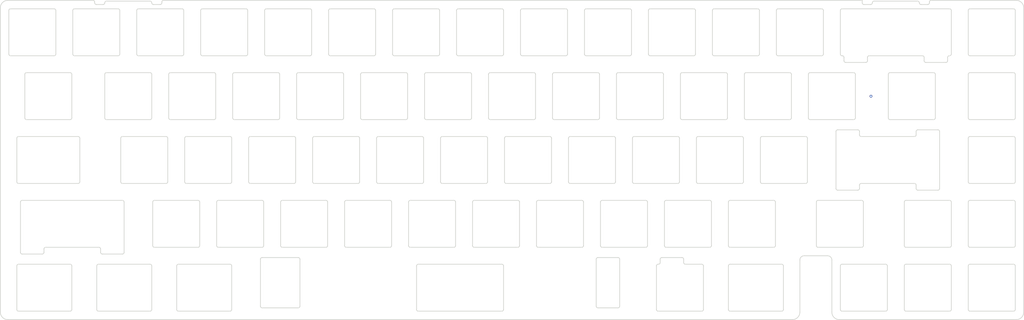
<source format=kicad_pcb>
(kicad_pcb (version 20171130) (host pcbnew "(5.1.4)-1")

  (general
    (thickness 1.6)
    (drawings 643)
    (tracks 1)
    (zones 0)
    (modules 0)
    (nets 1)
  )

  (page A4)
  (layers
    (0 F.Cu signal)
    (31 B.Cu signal)
    (32 B.Adhes user)
    (33 F.Adhes user)
    (34 B.Paste user)
    (35 F.Paste user)
    (36 B.SilkS user)
    (37 F.SilkS user)
    (38 B.Mask user)
    (39 F.Mask user)
    (40 Dwgs.User user)
    (41 Cmts.User user)
    (42 Eco1.User user)
    (43 Eco2.User user)
    (44 Edge.Cuts user)
    (45 Margin user)
    (46 B.CrtYd user)
    (47 F.CrtYd user)
    (48 B.Fab user)
    (49 F.Fab user)
  )

  (setup
    (last_trace_width 0.25)
    (trace_clearance 0.2)
    (zone_clearance 0.508)
    (zone_45_only no)
    (trace_min 0.2)
    (via_size 0.8)
    (via_drill 0.4)
    (via_min_size 0.4)
    (via_min_drill 0.3)
    (uvia_size 0.3)
    (uvia_drill 0.1)
    (uvias_allowed no)
    (uvia_min_size 0.2)
    (uvia_min_drill 0.1)
    (edge_width 0.05)
    (segment_width 0.2)
    (pcb_text_width 0.3)
    (pcb_text_size 1.5 1.5)
    (mod_edge_width 0.12)
    (mod_text_size 1 1)
    (mod_text_width 0.15)
    (pad_size 1.524 1.524)
    (pad_drill 0.762)
    (pad_to_mask_clearance 0.051)
    (solder_mask_min_width 0.25)
    (aux_axis_origin 0 0)
    (visible_elements 7FFFFFFF)
    (pcbplotparams
      (layerselection 0x010fc_ffffffff)
      (usegerberextensions false)
      (usegerberattributes false)
      (usegerberadvancedattributes false)
      (creategerberjobfile false)
      (excludeedgelayer true)
      (linewidth 0.100000)
      (plotframeref false)
      (viasonmask false)
      (mode 1)
      (useauxorigin false)
      (hpglpennumber 1)
      (hpglpenspeed 20)
      (hpglpendiameter 15.000000)
      (psnegative false)
      (psa4output false)
      (plotreference true)
      (plotvalue false)
      (plotinvisibletext false)
      (padsonsilk true)
      (subtractmaskfromsilk false)
      (outputformat 1)
      (mirror false)
      (drillshape 0)
      (scaleselection 1)
      (outputdirectory "./gerber"))
  )

  (net 0 "")

  (net_class Default "This is the default net class."
    (clearance 0.2)
    (trace_width 0.25)
    (via_dia 0.8)
    (via_drill 0.4)
    (uvia_dia 0.3)
    (uvia_drill 0.1)
  )

  (gr_line (start 131.425 29.525) (end 131.425 42.525) (layer Edge.Cuts) (width 0.2))
  (gr_arc (start 169.025 42.525) (end 169.025 43.025) (angle -90) (layer Edge.Cuts) (width 0.2))
  (gr_line (start 156.025 43.025) (end 169.025 43.025) (layer Edge.Cuts) (width 0.2))
  (gr_arc (start 245.225 29.525) (end 245.725 29.525) (angle -90) (layer Edge.Cuts) (width 0.2))
  (gr_arc (start 232.225 29.525) (end 232.225 29.025) (angle -90) (layer Edge.Cuts) (width 0.2))
  (gr_line (start 207.625 29.525) (end 207.625 42.525) (layer Edge.Cuts) (width 0.2))
  (gr_arc (start 130.925 42.525) (end 130.925 43.025) (angle -90) (layer Edge.Cuts) (width 0.2))
  (gr_arc (start 136.975 29.525) (end 136.975 29.025) (angle -90) (layer Edge.Cuts) (width 0.2))
  (gr_line (start 155.525 29.525) (end 155.525 42.525) (layer Edge.Cuts) (width 0.2))
  (gr_line (start 193.625 29.525) (end 193.625 42.525) (layer Edge.Cuts) (width 0.2))
  (gr_line (start 226.675 29.525) (end 226.675 42.525) (layer Edge.Cuts) (width 0.2))
  (gr_arc (start 289.375 29.525) (end 289.375 29.025) (angle -90) (layer Edge.Cuts) (width 0.2))
  (gr_arc (start 213.175 29.525) (end 213.175 29.025) (angle -90) (layer Edge.Cuts) (width 0.2))
  (gr_line (start 150.475 29.525) (end 150.475 42.525) (layer Edge.Cuts) (width 0.2))
  (gr_line (start 136.475 29.525) (end 136.475 42.525) (layer Edge.Cuts) (width 0.2))
  (gr_arc (start 194.125 29.525) (end 194.125 29.025) (angle -90) (layer Edge.Cuts) (width 0.2))
  (gr_line (start 232.225 43.025) (end 245.225 43.025) (layer Edge.Cuts) (width 0.2))
  (gr_arc (start 169.025 29.525) (end 169.525 29.525) (angle -90) (layer Edge.Cuts) (width 0.2))
  (gr_line (start 188.575 29.525) (end 188.575 42.525) (layer Edge.Cuts) (width 0.2))
  (gr_line (start 232.225 29.025) (end 245.225 29.025) (layer Edge.Cuts) (width 0.2))
  (gr_arc (start 188.075 29.525) (end 188.575 29.525) (angle -90) (layer Edge.Cuts) (width 0.2))
  (gr_line (start 194.125 29.025) (end 207.125 29.025) (layer Edge.Cuts) (width 0.2))
  (gr_line (start 231.725 29.525) (end 231.725 42.525) (layer Edge.Cuts) (width 0.2))
  (gr_line (start 212.675 29.525) (end 212.675 42.525) (layer Edge.Cuts) (width 0.2))
  (gr_arc (start 156.025 29.525) (end 156.025 29.025) (angle -90) (layer Edge.Cuts) (width 0.2))
  (gr_line (start 136.975 43.025) (end 149.975 43.025) (layer Edge.Cuts) (width 0.2))
  (gr_arc (start 175.075 29.525) (end 175.075 29.025) (angle -90) (layer Edge.Cuts) (width 0.2))
  (gr_line (start 213.175 43.025) (end 226.175 43.025) (layer Edge.Cuts) (width 0.2))
  (gr_line (start 117.425 29.525) (end 117.425 42.525) (layer Edge.Cuts) (width 0.2))
  (gr_arc (start 117.925 42.525) (end 117.425 42.525) (angle -90) (layer Edge.Cuts) (width 0.2))
  (gr_line (start 156.025 29.025) (end 169.025 29.025) (layer Edge.Cuts) (width 0.2))
  (gr_arc (start 156.025 42.525) (end 155.525 42.525) (angle -90) (layer Edge.Cuts) (width 0.2))
  (gr_line (start 175.075 29.025) (end 188.075 29.025) (layer Edge.Cuts) (width 0.2))
  (gr_arc (start 232.225 42.525) (end 231.725 42.525) (angle -90) (layer Edge.Cuts) (width 0.2))
  (gr_arc (start 207.125 29.525) (end 207.625 29.525) (angle -90) (layer Edge.Cuts) (width 0.2))
  (gr_arc (start 117.925 29.525) (end 117.925 29.025) (angle -90) (layer Edge.Cuts) (width 0.2))
  (gr_arc (start 207.125 42.525) (end 207.125 43.025) (angle -90) (layer Edge.Cuts) (width 0.2))
  (gr_line (start 117.925 29.025) (end 130.925 29.025) (layer Edge.Cuts) (width 0.2))
  (gr_arc (start 136.975 42.525) (end 136.475 42.525) (angle -90) (layer Edge.Cuts) (width 0.2))
  (gr_line (start 194.125 43.025) (end 207.125 43.025) (layer Edge.Cuts) (width 0.2))
  (gr_arc (start 213.175 42.525) (end 212.675 42.525) (angle -90) (layer Edge.Cuts) (width 0.2))
  (gr_line (start 213.175 29.025) (end 226.175 29.025) (layer Edge.Cuts) (width 0.2))
  (gr_arc (start 149.975 29.525) (end 150.475 29.525) (angle -90) (layer Edge.Cuts) (width 0.2))
  (gr_arc (start 226.175 29.525) (end 226.675 29.525) (angle -90) (layer Edge.Cuts) (width 0.2))
  (gr_arc (start 175.075 42.525) (end 174.575 42.525) (angle -90) (layer Edge.Cuts) (width 0.2))
  (gr_arc (start 194.125 42.525) (end 193.625 42.525) (angle -90) (layer Edge.Cuts) (width 0.2))
  (gr_line (start 117.925 43.025) (end 130.925 43.025) (layer Edge.Cuts) (width 0.2))
  (gr_arc (start 226.175 42.525) (end 226.175 43.025) (angle -90) (layer Edge.Cuts) (width 0.2))
  (gr_line (start 136.975 29.025) (end 149.975 29.025) (layer Edge.Cuts) (width 0.2))
  (gr_arc (start 149.975 42.525) (end 149.975 43.025) (angle -90) (layer Edge.Cuts) (width 0.2))
  (gr_line (start 245.725 29.525) (end 245.725 42.525) (layer Edge.Cuts) (width 0.2))
  (gr_line (start 169.525 29.525) (end 169.525 42.525) (layer Edge.Cuts) (width 0.2))
  (gr_arc (start 245.225 42.525) (end 245.225 43.025) (angle -90) (layer Edge.Cuts) (width 0.2))
  (gr_line (start 175.075 43.025) (end 188.075 43.025) (layer Edge.Cuts) (width 0.2))
  (gr_line (start 174.575 29.525) (end 174.575 42.525) (layer Edge.Cuts) (width 0.2))
  (gr_arc (start 130.925 29.525) (end 131.425 29.525) (angle -90) (layer Edge.Cuts) (width 0.2))
  (gr_arc (start 188.075 42.525) (end 188.075 43.025) (angle -90) (layer Edge.Cuts) (width 0.2))
  (gr_arc (start 302.375 42.525) (end 302.375 43.025) (angle -90) (layer Edge.Cuts) (width 0.2))
  (gr_arc (start 21.3875 48.575) (end 21.8875 48.575) (angle -90) (layer Edge.Cuts) (width 0.2))
  (gr_line (start 45.7 48.575) (end 45.7 61.575) (layer Edge.Cuts) (width 0.2))
  (gr_line (start 51.25 62.075) (end 64.25 62.075) (layer Edge.Cuts) (width 0.2))
  (gr_line (start 89.35 62.075) (end 102.35 62.075) (layer Edge.Cuts) (width 0.2))
  (gr_arc (start 121.4 48.575) (end 121.9 48.575) (angle -90) (layer Edge.Cuts) (width 0.2))
  (gr_line (start 83.8 48.575) (end 83.8 61.575) (layer Edge.Cuts) (width 0.2))
  (gr_line (start 302.875 29.525) (end 302.875 42.525) (layer Edge.Cuts) (width 0.2))
  (gr_arc (start 32.2 48.575) (end 32.2 48.075) (angle -90) (layer Edge.Cuts) (width 0.2))
  (gr_line (start 289.375 43.025) (end 302.375 43.025) (layer Edge.Cuts) (width 0.2))
  (gr_arc (start 89.35 61.575) (end 88.85 61.575) (angle -90) (layer Edge.Cuts) (width 0.2))
  (gr_arc (start 121.4 61.575) (end 121.4 62.075) (angle -90) (layer Edge.Cuts) (width 0.2))
  (gr_arc (start 51.25 61.575) (end 50.75 61.575) (angle -90) (layer Edge.Cuts) (width 0.2))
  (gr_arc (start 289.375 42.525) (end 288.875 42.525) (angle -90) (layer Edge.Cuts) (width 0.2))
  (gr_line (start 64.75 48.575) (end 64.75 61.575) (layer Edge.Cuts) (width 0.2))
  (gr_arc (start 140.45 48.575) (end 140.95 48.575) (angle -90) (layer Edge.Cuts) (width 0.2))
  (gr_arc (start 127.45 48.575) (end 127.45 48.075) (angle -90) (layer Edge.Cuts) (width 0.2))
  (gr_arc (start 70.3 61.575) (end 69.8 61.575) (angle -90) (layer Edge.Cuts) (width 0.2))
  (gr_line (start 51.25 48.075) (end 64.25 48.075) (layer Edge.Cuts) (width 0.2))
  (gr_line (start 107.9 48.575) (end 107.9 61.575) (layer Edge.Cuts) (width 0.2))
  (gr_line (start 140.95 48.575) (end 140.95 61.575) (layer Edge.Cuts) (width 0.2))
  (gr_line (start 288.875 29.525) (end 288.875 42.525) (layer Edge.Cuts) (width 0.2))
  (gr_line (start 8.3875 62.075) (end 21.3875 62.075) (layer Edge.Cuts) (width 0.2))
  (gr_arc (start 45.2 48.575) (end 45.7 48.575) (angle -90) (layer Edge.Cuts) (width 0.2))
  (gr_arc (start 32.2 61.575) (end 31.7 61.575) (angle -90) (layer Edge.Cuts) (width 0.2))
  (gr_line (start 108.4 62.075) (end 121.4 62.075) (layer Edge.Cuts) (width 0.2))
  (gr_arc (start 83.3 61.575) (end 83.3 62.075) (angle -90) (layer Edge.Cuts) (width 0.2))
  (gr_arc (start 102.35 48.575) (end 102.85 48.575) (angle -90) (layer Edge.Cuts) (width 0.2))
  (gr_line (start 121.9 48.575) (end 121.9 61.575) (layer Edge.Cuts) (width 0.2))
  (gr_arc (start 8.3875 48.575) (end 8.3875 48.075) (angle -90) (layer Edge.Cuts) (width 0.2))
  (gr_line (start 102.85 48.575) (end 102.85 61.575) (layer Edge.Cuts) (width 0.2))
  (gr_arc (start 8.3875 61.575) (end 7.8875 61.575) (angle -90) (layer Edge.Cuts) (width 0.2))
  (gr_line (start 8.3875 48.075) (end 21.3875 48.075) (layer Edge.Cuts) (width 0.2))
  (gr_arc (start 146.5 48.575) (end 146.5 48.075) (angle -90) (layer Edge.Cuts) (width 0.2))
  (gr_arc (start 108.4 48.575) (end 108.4 48.075) (angle -90) (layer Edge.Cuts) (width 0.2))
  (gr_line (start 127.45 62.075) (end 140.45 62.075) (layer Edge.Cuts) (width 0.2))
  (gr_arc (start 64.25 48.575) (end 64.75 48.575) (angle -90) (layer Edge.Cuts) (width 0.2))
  (gr_line (start 50.75 48.575) (end 50.75 61.575) (layer Edge.Cuts) (width 0.2))
  (gr_arc (start 64.25 61.575) (end 64.25 62.075) (angle -90) (layer Edge.Cuts) (width 0.2))
  (gr_arc (start 89.35 48.575) (end 89.35 48.075) (angle -90) (layer Edge.Cuts) (width 0.2))
  (gr_line (start 32.2 48.075) (end 45.2 48.075) (layer Edge.Cuts) (width 0.2))
  (gr_line (start 70.3 48.075) (end 83.3 48.075) (layer Edge.Cuts) (width 0.2))
  (gr_arc (start 108.4 61.575) (end 107.9 61.575) (angle -90) (layer Edge.Cuts) (width 0.2))
  (gr_line (start 21.8875 48.575) (end 21.8875 61.575) (layer Edge.Cuts) (width 0.2))
  (gr_line (start 7.8875 48.575) (end 7.8875 61.575) (layer Edge.Cuts) (width 0.2))
  (gr_arc (start 45.2 61.575) (end 45.2 62.075) (angle -90) (layer Edge.Cuts) (width 0.2))
  (gr_arc (start 51.25 48.575) (end 51.25 48.075) (angle -90) (layer Edge.Cuts) (width 0.2))
  (gr_line (start 89.35 48.075) (end 102.35 48.075) (layer Edge.Cuts) (width 0.2))
  (gr_arc (start 83.3 48.575) (end 83.8 48.575) (angle -90) (layer Edge.Cuts) (width 0.2))
  (gr_line (start 88.85 48.575) (end 88.85 61.575) (layer Edge.Cuts) (width 0.2))
  (gr_arc (start 140.45 61.575) (end 140.45 62.075) (angle -90) (layer Edge.Cuts) (width 0.2))
  (gr_arc (start 127.45 61.575) (end 126.95 61.575) (angle -90) (layer Edge.Cuts) (width 0.2))
  (gr_line (start 69.8 48.575) (end 69.8 61.575) (layer Edge.Cuts) (width 0.2))
  (gr_line (start 32.2 62.075) (end 45.2 62.075) (layer Edge.Cuts) (width 0.2))
  (gr_arc (start 70.3 48.575) (end 70.3 48.075) (angle -90) (layer Edge.Cuts) (width 0.2))
  (gr_arc (start 21.3875 61.575) (end 21.3875 62.075) (angle -90) (layer Edge.Cuts) (width 0.2))
  (gr_line (start 70.3 62.075) (end 83.3 62.075) (layer Edge.Cuts) (width 0.2))
  (gr_line (start 31.7 48.575) (end 31.7 61.575) (layer Edge.Cuts) (width 0.2))
  (gr_line (start 126.95 48.575) (end 126.95 61.575) (layer Edge.Cuts) (width 0.2))
  (gr_arc (start 102.35 61.575) (end 102.35 62.075) (angle -90) (layer Edge.Cuts) (width 0.2))
  (gr_line (start 289.375 29.025) (end 302.375 29.025) (layer Edge.Cuts) (width 0.2))
  (gr_line (start 108.4 48.075) (end 121.4 48.075) (layer Edge.Cuts) (width 0.2))
  (gr_line (start 127.45 48.075) (end 140.45 48.075) (layer Edge.Cuts) (width 0.2))
  (gr_arc (start 302.375 29.525) (end 302.875 29.525) (angle -90) (layer Edge.Cuts) (width 0.2))
  (gr_arc (start 79.825 29.525) (end 79.825 29.025) (angle -90) (layer Edge.Cuts) (width 0.2))
  (gr_line (start 79.325 29.525) (end 79.325 42.525) (layer Edge.Cuts) (width 0.2))
  (gr_arc (start 98.875 29.525) (end 98.875 29.025) (angle -90) (layer Edge.Cuts) (width 0.2))
  (gr_arc (start 60.775 42.525) (end 60.275 42.525) (angle -90) (layer Edge.Cuts) (width 0.2))
  (gr_line (start 98.875 29.025) (end 111.875 29.025) (layer Edge.Cuts) (width 0.2))
  (gr_line (start 22.675 29.025) (end 35.675 29.025) (layer Edge.Cuts) (width 0.2))
  (gr_arc (start 98.875 42.525) (end 98.375 42.525) (angle -90) (layer Edge.Cuts) (width 0.2))
  (gr_line (start 36.175 29.525) (end 36.175 42.525) (layer Edge.Cuts) (width 0.2))
  (gr_line (start 98.875 43.025) (end 111.875 43.025) (layer Edge.Cuts) (width 0.2))
  (gr_arc (start 41.725 42.525) (end 41.225 42.525) (angle -90) (layer Edge.Cuts) (width 0.2))
  (gr_arc (start 92.825 29.525) (end 93.325 29.525) (angle -90) (layer Edge.Cuts) (width 0.2))
  (gr_arc (start 79.825 42.525) (end 79.325 42.525) (angle -90) (layer Edge.Cuts) (width 0.2))
  (gr_arc (start 35.675 42.525) (end 35.675 43.025) (angle -90) (layer Edge.Cuts) (width 0.2))
  (gr_line (start 41.225 29.525) (end 41.225 42.525) (layer Edge.Cuts) (width 0.2))
  (gr_line (start 41.725 43.025) (end 54.725 43.025) (layer Edge.Cuts) (width 0.2))
  (gr_arc (start 3.625 29.525) (end 3.625 29.025) (angle -90) (layer Edge.Cuts) (width 0.2))
  (gr_line (start 60.275 29.525) (end 60.275 42.525) (layer Edge.Cuts) (width 0.2))
  (gr_line (start 98.375 29.525) (end 98.375 42.525) (layer Edge.Cuts) (width 0.2))
  (gr_arc (start 60.775 29.525) (end 60.775 29.025) (angle -90) (layer Edge.Cuts) (width 0.2))
  (gr_line (start 79.825 29.025) (end 92.825 29.025) (layer Edge.Cuts) (width 0.2))
  (gr_arc (start 92.825 42.525) (end 92.825 43.025) (angle -90) (layer Edge.Cuts) (width 0.2))
  (gr_line (start 3.125 29.525) (end 3.125 42.525) (layer Edge.Cuts) (width 0.2))
  (gr_arc (start 22.675 29.525) (end 22.675 29.025) (angle -90) (layer Edge.Cuts) (width 0.2))
  (gr_line (start 22.175 29.525) (end 22.175 42.525) (layer Edge.Cuts) (width 0.2))
  (gr_line (start 41.725 29.025) (end 54.725 29.025) (layer Edge.Cuts) (width 0.2))
  (gr_arc (start 22.675 42.525) (end 22.175 42.525) (angle -90) (layer Edge.Cuts) (width 0.2))
  (gr_line (start 74.275 29.525) (end 74.275 42.525) (layer Edge.Cuts) (width 0.2))
  (gr_line (start 60.775 29.025) (end 73.775 29.025) (layer Edge.Cuts) (width 0.2))
  (gr_line (start 112.375 29.525) (end 112.375 42.525) (layer Edge.Cuts) (width 0.2))
  (gr_line (start 79.825 43.025) (end 92.825 43.025) (layer Edge.Cuts) (width 0.2))
  (gr_line (start 3.625 43.025) (end 16.625 43.025) (layer Edge.Cuts) (width 0.2))
  (gr_arc (start 111.875 29.525) (end 112.375 29.525) (angle -90) (layer Edge.Cuts) (width 0.2))
  (gr_arc (start 54.725 42.525) (end 54.725 43.025) (angle -90) (layer Edge.Cuts) (width 0.2))
  (gr_line (start 277.8 26.5) (end 303.15 26.5) (layer Edge.Cuts) (width 0.2))
  (gr_line (start 49.2 26.5) (end 257.3 26.5) (layer Edge.Cuts) (width 0.2))
  (gr_line (start 22.675 43.025) (end 35.675 43.025) (layer Edge.Cuts) (width 0.2))
  (gr_arc (start 16.625 29.525) (end 17.125 29.525) (angle -90) (layer Edge.Cuts) (width 0.2))
  (gr_arc (start 3.625 42.525) (end 3.125 42.525) (angle -90) (layer Edge.Cuts) (width 0.2))
  (gr_line (start 60.775 43.025) (end 73.775 43.025) (layer Edge.Cuts) (width 0.2))
  (gr_line (start 93.325 29.525) (end 93.325 42.525) (layer Edge.Cuts) (width 0.2))
  (gr_arc (start 16.625 42.525) (end 16.625 43.025) (angle -90) (layer Edge.Cuts) (width 0.2))
  (gr_arc (start 73.775 29.525) (end 74.275 29.525) (angle -90) (layer Edge.Cuts) (width 0.2))
  (gr_arc (start 54.725 29.525) (end 55.225 29.525) (angle -90) (layer Edge.Cuts) (width 0.2))
  (gr_arc (start 73.775 42.525) (end 73.775 43.025) (angle -90) (layer Edge.Cuts) (width 0.2))
  (gr_line (start 3.625 29.025) (end 16.625 29.025) (layer Edge.Cuts) (width 0.2))
  (gr_line (start 17.125 29.525) (end 17.125 42.525) (layer Edge.Cuts) (width 0.2))
  (gr_arc (start 35.675 29.525) (end 36.175 29.525) (angle -90) (layer Edge.Cuts) (width 0.2))
  (gr_arc (start 41.725 29.525) (end 41.725 29.025) (angle -90) (layer Edge.Cuts) (width 0.2))
  (gr_line (start 55.225 29.525) (end 55.225 42.525) (layer Edge.Cuts) (width 0.2))
  (gr_arc (start 111.875 42.525) (end 111.875 43.025) (angle -90) (layer Edge.Cuts) (width 0.2))
  (gr_arc (start 159.5 61.575) (end 159.5 62.075) (angle -90) (layer Edge.Cuts) (width 0.2))
  (gr_line (start 184.6 48.075) (end 197.6 48.075) (layer Edge.Cuts) (width 0.2))
  (gr_arc (start 197.6 48.575) (end 198.1 48.575) (angle -90) (layer Edge.Cuts) (width 0.2))
  (gr_line (start 241.75 62.075) (end 254.75 62.075) (layer Edge.Cuts) (width 0.2))
  (gr_arc (start 222.7 48.575) (end 222.7 48.075) (angle -90) (layer Edge.Cuts) (width 0.2))
  (gr_line (start 289.375 48.075) (end 302.375 48.075) (layer Edge.Cuts) (width 0.2))
  (gr_line (start 146.5 62.075) (end 159.5 62.075) (layer Edge.Cuts) (width 0.2))
  (gr_arc (start 165.55 48.575) (end 165.55 48.075) (angle -90) (layer Edge.Cuts) (width 0.2))
  (gr_arc (start 197.6 61.575) (end 197.6 62.075) (angle -90) (layer Edge.Cuts) (width 0.2))
  (gr_arc (start 241.75 48.575) (end 241.75 48.075) (angle -90) (layer Edge.Cuts) (width 0.2))
  (gr_arc (start 235.7 61.575) (end 235.7 62.075) (angle -90) (layer Edge.Cuts) (width 0.2))
  (gr_line (start 222.7 62.075) (end 235.7 62.075) (layer Edge.Cuts) (width 0.2))
  (gr_arc (start 178.55 48.575) (end 179.05 48.575) (angle -90) (layer Edge.Cuts) (width 0.2))
  (gr_arc (start 178.55 61.575) (end 178.55 62.075) (angle -90) (layer Edge.Cuts) (width 0.2))
  (gr_line (start 265.5625 48.075) (end 278.5625 48.075) (layer Edge.Cuts) (width 0.2))
  (gr_line (start 203.65 62.075) (end 216.65 62.075) (layer Edge.Cuts) (width 0.2))
  (gr_arc (start 203.65 48.575) (end 203.65 48.075) (angle -90) (layer Edge.Cuts) (width 0.2))
  (gr_arc (start 241.75 61.575) (end 241.25 61.575) (angle -90) (layer Edge.Cuts) (width 0.2))
  (gr_line (start 165.55 62.075) (end 178.55 62.075) (layer Edge.Cuts) (width 0.2))
  (gr_line (start 165.05 48.575) (end 165.05 61.575) (layer Edge.Cuts) (width 0.2))
  (gr_line (start 184.1 48.575) (end 184.1 61.575) (layer Edge.Cuts) (width 0.2))
  (gr_arc (start 203.65 61.575) (end 203.15 61.575) (angle -90) (layer Edge.Cuts) (width 0.2))
  (gr_arc (start 254.75 61.575) (end 254.75 62.075) (angle -90) (layer Edge.Cuts) (width 0.2))
  (gr_line (start 241.25 48.575) (end 241.25 61.575) (layer Edge.Cuts) (width 0.2))
  (gr_line (start 184.6 62.075) (end 197.6 62.075) (layer Edge.Cuts) (width 0.2))
  (gr_arc (start 254.75 48.575) (end 255.25 48.575) (angle -90) (layer Edge.Cuts) (width 0.2))
  (gr_arc (start 278.5625 48.575) (end 279.0625 48.575) (angle -90) (layer Edge.Cuts) (width 0.2))
  (gr_arc (start 265.5625 61.575) (end 265.0625 61.575) (angle -90) (layer Edge.Cuts) (width 0.2))
  (gr_line (start 198.1 48.575) (end 198.1 61.575) (layer Edge.Cuts) (width 0.2))
  (gr_arc (start 278.5625 61.575) (end 278.5625 62.075) (angle -90) (layer Edge.Cuts) (width 0.2))
  (gr_arc (start 184.6 61.575) (end 184.1 61.575) (angle -90) (layer Edge.Cuts) (width 0.2))
  (gr_line (start 265.5625 62.075) (end 278.5625 62.075) (layer Edge.Cuts) (width 0.2))
  (gr_arc (start 165.55 61.575) (end 165.05 61.575) (angle -90) (layer Edge.Cuts) (width 0.2))
  (gr_line (start 203.15 48.575) (end 203.15 61.575) (layer Edge.Cuts) (width 0.2))
  (gr_line (start 222.7 48.075) (end 235.7 48.075) (layer Edge.Cuts) (width 0.2))
  (gr_arc (start 265.5625 48.575) (end 265.5625 48.075) (angle -90) (layer Edge.Cuts) (width 0.2))
  (gr_arc (start 159.5 48.575) (end 160 48.575) (angle -90) (layer Edge.Cuts) (width 0.2))
  (gr_line (start 179.05 48.575) (end 179.05 61.575) (layer Edge.Cuts) (width 0.2))
  (gr_arc (start 235.7 48.575) (end 236.2 48.575) (angle -90) (layer Edge.Cuts) (width 0.2))
  (gr_line (start 255.25 48.575) (end 255.25 61.575) (layer Edge.Cuts) (width 0.2))
  (gr_arc (start 222.7 61.575) (end 222.2 61.575) (angle -90) (layer Edge.Cuts) (width 0.2))
  (gr_line (start 146 48.575) (end 146 61.575) (layer Edge.Cuts) (width 0.2))
  (gr_line (start 222.2 48.575) (end 222.2 61.575) (layer Edge.Cuts) (width 0.2))
  (gr_line (start 217.15 48.575) (end 217.15 61.575) (layer Edge.Cuts) (width 0.2))
  (gr_line (start 236.2 48.575) (end 236.2 61.575) (layer Edge.Cuts) (width 0.2))
  (gr_line (start 279.0625 48.575) (end 279.0625 61.575) (layer Edge.Cuts) (width 0.2))
  (gr_line (start 241.75 48.075) (end 254.75 48.075) (layer Edge.Cuts) (width 0.2))
  (gr_line (start 146.5 48.075) (end 159.5 48.075) (layer Edge.Cuts) (width 0.2))
  (gr_line (start 265.0625 48.575) (end 265.0625 61.575) (layer Edge.Cuts) (width 0.2))
  (gr_line (start 165.55 48.075) (end 178.55 48.075) (layer Edge.Cuts) (width 0.2))
  (gr_arc (start 146.5 61.575) (end 146 61.575) (angle -90) (layer Edge.Cuts) (width 0.2))
  (gr_arc (start 184.6 48.575) (end 184.6 48.075) (angle -90) (layer Edge.Cuts) (width 0.2))
  (gr_arc (start 216.65 48.575) (end 217.15 48.575) (angle -90) (layer Edge.Cuts) (width 0.2))
  (gr_arc (start 216.65 61.575) (end 216.65 62.075) (angle -90) (layer Edge.Cuts) (width 0.2))
  (gr_line (start 160 48.575) (end 160 61.575) (layer Edge.Cuts) (width 0.2))
  (gr_line (start 203.65 48.075) (end 216.65 48.075) (layer Edge.Cuts) (width 0.2))
  (gr_arc (start 289.375 48.575) (end 289.375 48.075) (angle -90) (layer Edge.Cuts) (width 0.2))
  (gr_arc (start 302.375 48.575) (end 302.875 48.575) (angle -90) (layer Edge.Cuts) (width 0.2))
  (gr_arc (start 75.0625 67.625) (end 75.0625 67.125) (angle -90) (layer Edge.Cuts) (width 0.2))
  (gr_arc (start 88.0625 80.625) (end 88.0625 81.125) (angle -90) (layer Edge.Cuts) (width 0.2))
  (gr_line (start 126.6625 67.625) (end 126.6625 80.625) (layer Edge.Cuts) (width 0.2))
  (gr_arc (start 132.2125 80.625) (end 131.7125 80.625) (angle -90) (layer Edge.Cuts) (width 0.2))
  (gr_line (start 302.875 48.575) (end 302.875 61.575) (layer Edge.Cuts) (width 0.2))
  (gr_line (start 113.1625 67.125) (end 126.1625 67.125) (layer Edge.Cuts) (width 0.2))
  (gr_arc (start 94.1125 80.625) (end 93.6125 80.625) (angle -90) (layer Edge.Cuts) (width 0.2))
  (gr_arc (start 126.1625 80.625) (end 126.1625 81.125) (angle -90) (layer Edge.Cuts) (width 0.2))
  (gr_line (start 112.6625 67.625) (end 112.6625 80.625) (layer Edge.Cuts) (width 0.2))
  (gr_arc (start 164.2625 67.625) (end 164.7625 67.625) (angle -90) (layer Edge.Cuts) (width 0.2))
  (gr_arc (start 302.375 61.575) (end 302.375 62.075) (angle -90) (layer Edge.Cuts) (width 0.2))
  (gr_line (start 151.2625 67.125) (end 164.2625 67.125) (layer Edge.Cuts) (width 0.2))
  (gr_arc (start 164.2625 80.625) (end 164.2625 81.125) (angle -90) (layer Edge.Cuts) (width 0.2))
  (gr_arc (start 289.375 61.575) (end 288.875 61.575) (angle -90) (layer Edge.Cuts) (width 0.2))
  (gr_line (start 36.9625 67.125) (end 49.9625 67.125) (layer Edge.Cuts) (width 0.2))
  (gr_line (start 288.875 48.575) (end 288.875 61.575) (layer Edge.Cuts) (width 0.2))
  (gr_line (start 75.0625 81.125) (end 88.0625 81.125) (layer Edge.Cuts) (width 0.2))
  (gr_line (start 132.2125 81.125) (end 145.2125 81.125) (layer Edge.Cuts) (width 0.2))
  (gr_line (start 74.5625 67.625) (end 74.5625 80.625) (layer Edge.Cuts) (width 0.2))
  (gr_arc (start 49.9625 67.625) (end 50.4625 67.625) (angle -90) (layer Edge.Cuts) (width 0.2))
  (gr_line (start 289.375 62.075) (end 302.375 62.075) (layer Edge.Cuts) (width 0.2))
  (gr_arc (start 36.9625 67.625) (end 36.9625 67.125) (angle -90) (layer Edge.Cuts) (width 0.2))
  (gr_line (start 50.4625 67.625) (end 50.4625 80.625) (layer Edge.Cuts) (width 0.2))
  (gr_arc (start 107.1125 80.625) (end 107.1125 81.125) (angle -90) (layer Edge.Cuts) (width 0.2))
  (gr_line (start 94.1125 81.125) (end 107.1125 81.125) (layer Edge.Cuts) (width 0.2))
  (gr_line (start 151.2625 81.125) (end 164.2625 81.125) (layer Edge.Cuts) (width 0.2))
  (gr_arc (start 49.9625 80.625) (end 49.9625 81.125) (angle -90) (layer Edge.Cuts) (width 0.2))
  (gr_line (start 36.9625 81.125) (end 49.9625 81.125) (layer Edge.Cuts) (width 0.2))
  (gr_arc (start 36.9625 80.625) (end 36.4625 80.625) (angle -90) (layer Edge.Cuts) (width 0.2))
  (gr_line (start 36.4625 67.625) (end 36.4625 80.625) (layer Edge.Cuts) (width 0.2))
  (gr_arc (start 56.0125 67.625) (end 56.0125 67.125) (angle -90) (layer Edge.Cuts) (width 0.2))
  (gr_line (start 56.0125 67.125) (end 69.0125 67.125) (layer Edge.Cuts) (width 0.2))
  (gr_arc (start 107.1125 67.625) (end 107.6125 67.625) (angle -90) (layer Edge.Cuts) (width 0.2))
  (gr_line (start 131.7125 67.625) (end 131.7125 80.625) (layer Edge.Cuts) (width 0.2))
  (gr_arc (start 69.0125 67.625) (end 69.5125 67.625) (angle -90) (layer Edge.Cuts) (width 0.2))
  (gr_line (start 69.5125 67.625) (end 69.5125 80.625) (layer Edge.Cuts) (width 0.2))
  (gr_arc (start 69.0125 80.625) (end 69.0125 81.125) (angle -90) (layer Edge.Cuts) (width 0.2))
  (gr_line (start 132.2125 67.125) (end 145.2125 67.125) (layer Edge.Cuts) (width 0.2))
  (gr_arc (start 151.2625 80.625) (end 150.7625 80.625) (angle -90) (layer Edge.Cuts) (width 0.2))
  (gr_line (start 88.5625 67.625) (end 88.5625 80.625) (layer Edge.Cuts) (width 0.2))
  (gr_arc (start 75.0625 80.625) (end 74.5625 80.625) (angle -90) (layer Edge.Cuts) (width 0.2))
  (gr_line (start 170.3125 67.125) (end 183.3125 67.125) (layer Edge.Cuts) (width 0.2))
  (gr_arc (start 151.2625 67.625) (end 151.2625 67.125) (angle -90) (layer Edge.Cuts) (width 0.2))
  (gr_arc (start 113.1625 67.625) (end 113.1625 67.125) (angle -90) (layer Edge.Cuts) (width 0.2))
  (gr_line (start 56.0125 81.125) (end 69.0125 81.125) (layer Edge.Cuts) (width 0.2))
  (gr_arc (start 94.1125 67.625) (end 94.1125 67.125) (angle -90) (layer Edge.Cuts) (width 0.2))
  (gr_line (start 93.6125 67.625) (end 93.6125 80.625) (layer Edge.Cuts) (width 0.2))
  (gr_line (start 164.7625 67.625) (end 164.7625 80.625) (layer Edge.Cuts) (width 0.2))
  (gr_arc (start 56.0125 80.625) (end 55.5125 80.625) (angle -90) (layer Edge.Cuts) (width 0.2))
  (gr_line (start 55.5125 67.625) (end 55.5125 80.625) (layer Edge.Cuts) (width 0.2))
  (gr_line (start 107.6125 67.625) (end 107.6125 80.625) (layer Edge.Cuts) (width 0.2))
  (gr_arc (start 126.1625 67.625) (end 126.6625 67.625) (angle -90) (layer Edge.Cuts) (width 0.2))
  (gr_line (start 75.0625 67.125) (end 88.0625 67.125) (layer Edge.Cuts) (width 0.2))
  (gr_arc (start 88.0625 67.625) (end 88.5625 67.625) (angle -90) (layer Edge.Cuts) (width 0.2))
  (gr_line (start 94.1125 67.125) (end 107.1125 67.125) (layer Edge.Cuts) (width 0.2))
  (gr_arc (start 170.3125 67.625) (end 170.3125 67.125) (angle -90) (layer Edge.Cuts) (width 0.2))
  (gr_arc (start 145.2125 67.625) (end 145.7125 67.625) (angle -90) (layer Edge.Cuts) (width 0.2))
  (gr_line (start 113.1625 81.125) (end 126.1625 81.125) (layer Edge.Cuts) (width 0.2))
  (gr_arc (start 113.1625 80.625) (end 112.6625 80.625) (angle -90) (layer Edge.Cuts) (width 0.2))
  (gr_arc (start 132.2125 67.625) (end 132.2125 67.125) (angle -90) (layer Edge.Cuts) (width 0.2))
  (gr_line (start 145.7125 67.625) (end 145.7125 80.625) (layer Edge.Cuts) (width 0.2))
  (gr_arc (start 145.2125 80.625) (end 145.2125 81.125) (angle -90) (layer Edge.Cuts) (width 0.2))
  (gr_line (start 150.7625 67.625) (end 150.7625 80.625) (layer Edge.Cuts) (width 0.2))
  (gr_arc (start 208.4125 67.625) (end 208.4125 67.125) (angle -90) (layer Edge.Cuts) (width 0.2))
  (gr_line (start 221.9125 67.625) (end 221.9125 80.625) (layer Edge.Cuts) (width 0.2))
  (gr_line (start 227.4625 67.125) (end 240.4625 67.125) (layer Edge.Cuts) (width 0.2))
  (gr_line (start 273.35675 81.625) (end 273.35675 82.625) (layer Edge.Cuts) (width 0.2))
  (gr_arc (start 302.375 80.625) (end 302.375 81.125) (angle -90) (layer Edge.Cuts) (width 0.2))
  (gr_line (start 256.98075 67.125) (end 272.85675 67.125) (layer Edge.Cuts) (width 0.2))
  (gr_line (start 249.98075 83.125) (end 255.98075 83.125) (layer Edge.Cuts) (width 0.2))
  (gr_line (start 170.3125 81.125) (end 183.3125 81.125) (layer Edge.Cuts) (width 0.2))
  (gr_line (start 226.9625 67.625) (end 226.9625 80.625) (layer Edge.Cuts) (width 0.2))
  (gr_arc (start 170.3125 80.625) (end 169.8125 80.625) (angle -90) (layer Edge.Cuts) (width 0.2))
  (gr_line (start 188.8625 67.625) (end 188.8625 80.625) (layer Edge.Cuts) (width 0.2))
  (gr_line (start 289.375 81.125) (end 302.375 81.125) (layer Edge.Cuts) (width 0.2))
  (gr_arc (start 272.85675 81.625) (end 273.35675 81.625) (angle -90) (layer Edge.Cuts) (width 0.2))
  (gr_line (start 169.8125 67.625) (end 169.8125 80.625) (layer Edge.Cuts) (width 0.2))
  (gr_line (start 208.4125 81.125) (end 221.4125 81.125) (layer Edge.Cuts) (width 0.2))
  (gr_line (start 273.85675 83.125) (end 279.85675 83.125) (layer Edge.Cuts) (width 0.2))
  (gr_arc (start 189.3625 67.625) (end 189.3625 67.125) (angle -90) (layer Edge.Cuts) (width 0.2))
  (gr_arc (start 249.98075 65.625) (end 249.98075 65.125) (angle -90) (layer Edge.Cuts) (width 0.2))
  (gr_arc (start 202.3625 80.625) (end 202.3625 81.125) (angle -90) (layer Edge.Cuts) (width 0.2))
  (gr_line (start 280.35675 82.625) (end 280.35675 65.625) (layer Edge.Cuts) (width 0.2))
  (gr_arc (start 202.3625 67.625) (end 202.8625 67.625) (angle -90) (layer Edge.Cuts) (width 0.2))
  (gr_line (start 189.3625 81.125) (end 202.3625 81.125) (layer Edge.Cuts) (width 0.2))
  (gr_arc (start 189.3625 80.625) (end 188.8625 80.625) (angle -90) (layer Edge.Cuts) (width 0.2))
  (gr_arc (start 221.4125 67.625) (end 221.9125 67.625) (angle -90) (layer Edge.Cuts) (width 0.2))
  (gr_arc (start 256.98075 66.625) (end 256.48075 66.625) (angle -90) (layer Edge.Cuts) (width 0.2))
  (gr_arc (start 240.4625 80.625) (end 240.4625 81.125) (angle -90) (layer Edge.Cuts) (width 0.2))
  (gr_arc (start 273.85675 65.625) (end 273.85675 65.125) (angle -90) (layer Edge.Cuts) (width 0.2))
  (gr_arc (start 249.98075 82.625) (end 249.48075 82.625) (angle -90) (layer Edge.Cuts) (width 0.2))
  (gr_line (start 289.375 67.125) (end 302.375 67.125) (layer Edge.Cuts) (width 0.2))
  (gr_arc (start 221.4125 80.625) (end 221.4125 81.125) (angle -90) (layer Edge.Cuts) (width 0.2))
  (gr_arc (start 302.375 67.625) (end 302.875 67.625) (angle -90) (layer Edge.Cuts) (width 0.2))
  (gr_line (start 227.4625 81.125) (end 240.4625 81.125) (layer Edge.Cuts) (width 0.2))
  (gr_arc (start 227.4625 67.625) (end 227.4625 67.125) (angle -90) (layer Edge.Cuts) (width 0.2))
  (gr_arc (start 14.09325 100.675) (end 14.09325 100.175) (angle -90) (layer Edge.Cuts) (width 0.2))
  (gr_line (start 288.875 67.625) (end 288.875 80.625) (layer Edge.Cuts) (width 0.2))
  (gr_arc (start 279.85675 82.625) (end 279.85675 83.125) (angle -90) (layer Edge.Cuts) (width 0.2))
  (gr_arc (start 273.85675 82.625) (end 273.35675 82.625) (angle -90) (layer Edge.Cuts) (width 0.2))
  (gr_line (start 256.98075 81.125) (end 272.85675 81.125) (layer Edge.Cuts) (width 0.2))
  (gr_line (start 14.09325 100.175) (end 29.96925 100.175) (layer Edge.Cuts) (width 0.2))
  (gr_arc (start 255.98075 65.625) (end 256.48075 65.625) (angle -90) (layer Edge.Cuts) (width 0.2))
  (gr_line (start 208.4125 67.125) (end 221.4125 67.125) (layer Edge.Cuts) (width 0.2))
  (gr_line (start 256.48075 66.625) (end 256.48075 65.625) (layer Edge.Cuts) (width 0.2))
  (gr_line (start 256.48075 81.625) (end 256.48075 82.625) (layer Edge.Cuts) (width 0.2))
  (gr_arc (start 208.4125 80.625) (end 207.9125 80.625) (angle -90) (layer Edge.Cuts) (width 0.2))
  (gr_arc (start 227.4625 80.625) (end 226.9625 80.625) (angle -90) (layer Edge.Cuts) (width 0.2))
  (gr_arc (start 240.4625 67.625) (end 240.9625 67.625) (angle -90) (layer Edge.Cuts) (width 0.2))
  (gr_arc (start 272.85675 66.625) (end 272.85675 67.125) (angle -90) (layer Edge.Cuts) (width 0.2))
  (gr_arc (start 289.375 67.625) (end 289.375 67.125) (angle -90) (layer Edge.Cuts) (width 0.2))
  (gr_arc (start 279.85675 65.625) (end 280.35675 65.625) (angle -90) (layer Edge.Cuts) (width 0.2))
  (gr_arc (start 255.98075 82.625) (end 255.98075 83.125) (angle -90) (layer Edge.Cuts) (width 0.2))
  (gr_line (start 202.8625 67.625) (end 202.8625 80.625) (layer Edge.Cuts) (width 0.2))
  (gr_arc (start 289.375 80.625) (end 288.875 80.625) (angle -90) (layer Edge.Cuts) (width 0.2))
  (gr_line (start 255.98075 65.125) (end 249.98075 65.125) (layer Edge.Cuts) (width 0.2))
  (gr_line (start 273.35675 66.625) (end 273.35675 65.625) (layer Edge.Cuts) (width 0.2))
  (gr_arc (start 256.98075 81.625) (end 256.98075 81.125) (angle -90) (layer Edge.Cuts) (width 0.2))
  (gr_line (start 240.9625 67.625) (end 240.9625 80.625) (layer Edge.Cuts) (width 0.2))
  (gr_line (start 249.48075 65.625) (end 249.48075 82.625) (layer Edge.Cuts) (width 0.2))
  (gr_line (start 279.85675 65.125) (end 273.85675 65.125) (layer Edge.Cuts) (width 0.2))
  (gr_line (start 207.9125 67.625) (end 207.9125 80.625) (layer Edge.Cuts) (width 0.2))
  (gr_line (start 302.875 67.625) (end 302.875 80.625) (layer Edge.Cuts) (width 0.2))
  (gr_arc (start 183.3125 67.625) (end 183.8125 67.625) (angle -90) (layer Edge.Cuts) (width 0.2))
  (gr_line (start 183.8125 67.625) (end 183.8125 80.625) (layer Edge.Cuts) (width 0.2))
  (gr_arc (start 183.3125 80.625) (end 183.3125 81.125) (angle -90) (layer Edge.Cuts) (width 0.2))
  (gr_line (start 189.3625 67.125) (end 202.3625 67.125) (layer Edge.Cuts) (width 0.2))
  (gr_arc (start 289.375 86.675) (end 289.375 86.175) (angle -90) (layer Edge.Cuts) (width 0.2))
  (gr_line (start 289.375 86.175) (end 302.375 86.175) (layer Edge.Cuts) (width 0.2))
  (gr_line (start 243.63125 86.675) (end 243.63125 99.675) (layer Edge.Cuts) (width 0.2))
  (gr_arc (start 302.375 86.675) (end 302.875 86.675) (angle -90) (layer Edge.Cuts) (width 0.2))
  (gr_line (start 198.8875 100.175) (end 211.8875 100.175) (layer Edge.Cuts) (width 0.2))
  (gr_line (start 288.875 86.675) (end 288.875 99.675) (layer Edge.Cuts) (width 0.2))
  (gr_line (start 217.4375 86.675) (end 217.4375 99.675) (layer Edge.Cuts) (width 0.2))
  (gr_line (start 283.825 86.675) (end 283.825 99.675) (layer Edge.Cuts) (width 0.2))
  (gr_arc (start 289.375 99.675) (end 288.875 99.675) (angle -90) (layer Edge.Cuts) (width 0.2))
  (gr_line (start 269.825 86.675) (end 269.825 99.675) (layer Edge.Cuts) (width 0.2))
  (gr_arc (start 160.7875 99.675) (end 160.2875 99.675) (angle -90) (layer Edge.Cuts) (width 0.2))
  (gr_arc (start 173.7875 86.675) (end 174.2875 86.675) (angle -90) (layer Edge.Cuts) (width 0.2))
  (gr_line (start 174.2875 86.675) (end 174.2875 99.675) (layer Edge.Cuts) (width 0.2))
  (gr_arc (start 217.9375 99.675) (end 217.4375 99.675) (angle -90) (layer Edge.Cuts) (width 0.2))
  (gr_arc (start 244.13125 86.675) (end 244.13125 86.175) (angle -90) (layer Edge.Cuts) (width 0.2))
  (gr_arc (start 198.8875 86.675) (end 198.8875 86.175) (angle -90) (layer Edge.Cuts) (width 0.2))
  (gr_line (start 198.8875 86.175) (end 211.8875 86.175) (layer Edge.Cuts) (width 0.2))
  (gr_arc (start 270.325 86.675) (end 270.325 86.175) (angle -90) (layer Edge.Cuts) (width 0.2))
  (gr_arc (start 217.9375 86.675) (end 217.9375 86.175) (angle -90) (layer Edge.Cuts) (width 0.2))
  (gr_arc (start 230.9375 86.675) (end 231.4375 86.675) (angle -90) (layer Edge.Cuts) (width 0.2))
  (gr_line (start 244.13125 86.175) (end 257.13125 86.175) (layer Edge.Cuts) (width 0.2))
  (gr_line (start 6.00625 119.225) (end 21.3875 119.225) (layer Edge.Cuts) (width 0.2))
  (gr_line (start 5.50625 105.725) (end 5.50625 118.725) (layer Edge.Cuts) (width 0.2))
  (gr_arc (start 283.325 86.675) (end 283.825 86.675) (angle -90) (layer Edge.Cuts) (width 0.2))
  (gr_line (start 270.325 100.175) (end 283.325 100.175) (layer Edge.Cuts) (width 0.2))
  (gr_arc (start 6.00625 118.725) (end 5.50625 118.725) (angle -90) (layer Edge.Cuts) (width 0.2))
  (gr_arc (start 173.7875 99.675) (end 173.7875 100.175) (angle -90) (layer Edge.Cuts) (width 0.2))
  (gr_line (start 198.3875 86.675) (end 198.3875 99.675) (layer Edge.Cuts) (width 0.2))
  (gr_line (start 160.7875 100.175) (end 173.7875 100.175) (layer Edge.Cuts) (width 0.2))
  (gr_line (start 160.2875 86.675) (end 160.2875 99.675) (layer Edge.Cuts) (width 0.2))
  (gr_line (start 193.3375 86.675) (end 193.3375 99.675) (layer Edge.Cuts) (width 0.2))
  (gr_arc (start 257.13125 99.675) (end 257.13125 100.175) (angle -90) (layer Edge.Cuts) (width 0.2))
  (gr_arc (start 257.13125 86.675) (end 257.63125 86.675) (angle -90) (layer Edge.Cuts) (width 0.2))
  (gr_arc (start 179.8375 99.675) (end 179.3375 99.675) (angle -90) (layer Edge.Cuts) (width 0.2))
  (gr_arc (start 302.375 99.675) (end 302.375 100.175) (angle -90) (layer Edge.Cuts) (width 0.2))
  (gr_arc (start 179.8375 86.675) (end 179.8375 86.175) (angle -90) (layer Edge.Cuts) (width 0.2))
  (gr_line (start 179.3375 86.675) (end 179.3375 99.675) (layer Edge.Cuts) (width 0.2))
  (gr_arc (start 270.325 99.675) (end 269.825 99.675) (angle -90) (layer Edge.Cuts) (width 0.2))
  (gr_line (start 217.9375 100.175) (end 230.9375 100.175) (layer Edge.Cuts) (width 0.2))
  (gr_line (start 302.875 86.675) (end 302.875 99.675) (layer Edge.Cuts) (width 0.2))
  (gr_arc (start 198.8875 99.675) (end 198.3875 99.675) (angle -90) (layer Edge.Cuts) (width 0.2))
  (gr_line (start 179.8375 86.175) (end 192.8375 86.175) (layer Edge.Cuts) (width 0.2))
  (gr_arc (start 192.8375 86.675) (end 193.3375 86.675) (angle -90) (layer Edge.Cuts) (width 0.2))
  (gr_line (start 179.8375 100.175) (end 192.8375 100.175) (layer Edge.Cuts) (width 0.2))
  (gr_line (start 231.4375 86.675) (end 231.4375 99.675) (layer Edge.Cuts) (width 0.2))
  (gr_arc (start 244.13125 99.675) (end 243.63125 99.675) (angle -90) (layer Edge.Cuts) (width 0.2))
  (gr_line (start 257.63125 86.675) (end 257.63125 99.675) (layer Edge.Cuts) (width 0.2))
  (gr_arc (start 283.325 99.675) (end 283.325 100.175) (angle -90) (layer Edge.Cuts) (width 0.2))
  (gr_line (start 212.3875 86.675) (end 212.3875 99.675) (layer Edge.Cuts) (width 0.2))
  (gr_line (start 244.13125 100.175) (end 257.13125 100.175) (layer Edge.Cuts) (width 0.2))
  (gr_arc (start 192.8375 99.675) (end 192.8375 100.175) (angle -90) (layer Edge.Cuts) (width 0.2))
  (gr_arc (start 211.8875 86.675) (end 212.3875 86.675) (angle -90) (layer Edge.Cuts) (width 0.2))
  (gr_arc (start 211.8875 99.675) (end 211.8875 100.175) (angle -90) (layer Edge.Cuts) (width 0.2))
  (gr_line (start 217.9375 86.175) (end 230.9375 86.175) (layer Edge.Cuts) (width 0.2))
  (gr_arc (start 230.9375 99.675) (end 230.9375 100.175) (angle -90) (layer Edge.Cuts) (width 0.2))
  (gr_line (start 270.325 86.175) (end 283.325 86.175) (layer Edge.Cuts) (width 0.2))
  (gr_line (start 289.375 100.175) (end 302.375 100.175) (layer Edge.Cuts) (width 0.2))
  (gr_arc (start 264.275 105.725) (end 264.775 105.725) (angle -90) (layer Edge.Cuts) (width 0.2))
  (gr_line (start 270.325 105.225) (end 283.325 105.225) (layer Edge.Cuts) (width 0.2))
  (gr_arc (start 283.325 105.725) (end 283.825 105.725) (angle -90) (layer Edge.Cuts) (width 0.2))
  (gr_arc (start 251.275 105.725) (end 251.275 105.225) (angle -90) (layer Edge.Cuts) (width 0.2))
  (gr_line (start 283.825 105.725) (end 283.825 118.725) (layer Edge.Cuts) (width 0.2))
  (gr_arc (start 53.63125 105.725) (end 53.63125 105.225) (angle -90) (layer Edge.Cuts) (width 0.2))
  (gr_arc (start 289.375 105.725) (end 289.375 105.225) (angle -90) (layer Edge.Cuts) (width 0.2))
  (gr_arc (start 69.0125 105.725) (end 69.5125 105.725) (angle -90) (layer Edge.Cuts) (width 0.2))
  (gr_line (start 269.825 105.725) (end 269.825 118.725) (layer Edge.Cuts) (width 0.2))
  (gr_arc (start 184.56875 117.725) (end 184.56875 118.225) (angle -90) (layer Edge.Cuts) (width 0.2))
  (gr_arc (start 264.275 118.725) (end 264.275 119.225) (angle -90) (layer Edge.Cuts) (width 0.2))
  (gr_arc (start 270.325 105.725) (end 270.325 105.225) (angle -90) (layer Edge.Cuts) (width 0.2))
  (gr_arc (start 21.3875 105.725) (end 21.8875 105.725) (angle -90) (layer Edge.Cuts) (width 0.2))
  (gr_line (start 69.5125 105.725) (end 69.5125 118.725) (layer Edge.Cuts) (width 0.2))
  (gr_arc (start 302.375 118.725) (end 302.375 119.225) (angle -90) (layer Edge.Cuts) (width 0.2))
  (gr_line (start 204.125 104.725) (end 204.125 103.725) (layer Edge.Cuts) (width 0.2))
  (gr_line (start 29.31875 105.725) (end 29.31875 118.725) (layer Edge.Cuts) (width 0.2))
  (gr_line (start 184.56875 118.225) (end 178.56875 118.225) (layer Edge.Cuts) (width 0.2))
  (gr_arc (start 149.975 118.725) (end 149.975 119.225) (angle -90) (layer Edge.Cuts) (width 0.2))
  (gr_arc (start 178.56875 117.725) (end 178.06875 117.725) (angle -90) (layer Edge.Cuts) (width 0.2))
  (gr_line (start 289.375 119.225) (end 302.375 119.225) (layer Edge.Cuts) (width 0.2))
  (gr_line (start 251.275 105.225) (end 264.275 105.225) (layer Edge.Cuts) (width 0.2))
  (gr_line (start 289.375 105.225) (end 302.375 105.225) (layer Edge.Cuts) (width 0.2))
  (gr_arc (start 289.375 118.725) (end 288.875 118.725) (angle -90) (layer Edge.Cuts) (width 0.2))
  (gr_line (start 302.875 105.725) (end 302.875 118.725) (layer Edge.Cuts) (width 0.2))
  (gr_line (start 264.775 105.725) (end 264.775 118.725) (layer Edge.Cuts) (width 0.2))
  (gr_arc (start 251.275 118.725) (end 250.775 118.725) (angle -90) (layer Edge.Cuts) (width 0.2))
  (gr_arc (start 302.375 105.725) (end 302.875 105.725) (angle -90) (layer Edge.Cuts) (width 0.2))
  (gr_line (start 204.625 105.225) (end 209.50625 105.225) (layer Edge.Cuts) (width 0.2))
  (gr_arc (start 53.63125 118.725) (end 53.13125 118.725) (angle -90) (layer Edge.Cuts) (width 0.2))
  (gr_line (start 53.13125 105.725) (end 53.13125 118.725) (layer Edge.Cuts) (width 0.2))
  (gr_arc (start 125.06875 118.725) (end 124.56875 118.725) (angle -90) (layer Edge.Cuts) (width 0.2))
  (gr_arc (start 125.06875 105.725) (end 125.06875 105.225) (angle -90) (layer Edge.Cuts) (width 0.2))
  (gr_arc (start 6.00625 105.725) (end 6.00625 105.225) (angle -90) (layer Edge.Cuts) (width 0.2))
  (gr_line (start 125.06875 119.225) (end 149.975 119.225) (layer Edge.Cuts) (width 0.2))
  (gr_line (start 6.00625 105.225) (end 21.3875 105.225) (layer Edge.Cuts) (width 0.2))
  (gr_line (start 21.8875 105.725) (end 21.8875 118.725) (layer Edge.Cuts) (width 0.2))
  (gr_line (start 184.56875 103.225) (end 178.56875 103.225) (layer Edge.Cuts) (width 0.2))
  (gr_line (start 178.06875 117.725) (end 178.06875 103.725) (layer Edge.Cuts) (width 0.2))
  (gr_line (start 270.325 119.225) (end 283.325 119.225) (layer Edge.Cuts) (width 0.2))
  (gr_arc (start 21.3875 118.725) (end 21.3875 119.225) (angle -90) (layer Edge.Cuts) (width 0.2))
  (gr_line (start 29.81875 119.225) (end 45.2 119.225) (layer Edge.Cuts) (width 0.2))
  (gr_line (start 250.775 105.725) (end 250.775 118.725) (layer Edge.Cuts) (width 0.2))
  (gr_arc (start 29.81875 118.725) (end 29.31875 118.725) (angle -90) (layer Edge.Cuts) (width 0.2))
  (gr_arc (start 45.2 118.725) (end 45.2 119.225) (angle -90) (layer Edge.Cuts) (width 0.2))
  (gr_arc (start 283.325 118.725) (end 283.325 119.225) (angle -90) (layer Edge.Cuts) (width 0.2))
  (gr_line (start 150.475 105.725) (end 150.475 118.725) (layer Edge.Cuts) (width 0.2))
  (gr_arc (start 29.81875 105.725) (end 29.81875 105.225) (angle -90) (layer Edge.Cuts) (width 0.2))
  (gr_line (start 29.81875 105.225) (end 45.2 105.225) (layer Edge.Cuts) (width 0.2))
  (gr_arc (start 69.0125 118.725) (end 69.0125 119.225) (angle -90) (layer Edge.Cuts) (width 0.2))
  (gr_line (start 45.7 105.725) (end 45.7 118.725) (layer Edge.Cuts) (width 0.2))
  (gr_line (start 53.63125 119.225) (end 69.0125 119.225) (layer Edge.Cuts) (width 0.2))
  (gr_line (start 185.06875 117.725) (end 185.06875 103.725) (layer Edge.Cuts) (width 0.2))
  (gr_line (start 251.275 119.225) (end 264.275 119.225) (layer Edge.Cuts) (width 0.2))
  (gr_line (start 288.875 105.725) (end 288.875 118.725) (layer Edge.Cuts) (width 0.2))
  (gr_arc (start 178.56875 103.725) (end 178.56875 103.225) (angle -90) (layer Edge.Cuts) (width 0.2))
  (gr_line (start 125.06875 105.225) (end 149.975 105.225) (layer Edge.Cuts) (width 0.2))
  (gr_arc (start 184.56875 103.725) (end 185.06875 103.725) (angle -90) (layer Edge.Cuts) (width 0.2))
  (gr_arc (start 45.2 105.725) (end 45.7 105.725) (angle -90) (layer Edge.Cuts) (width 0.2))
  (gr_arc (start 204.625 104.725) (end 204.125 104.725) (angle -90) (layer Edge.Cuts) (width 0.2))
  (gr_line (start 53.63125 105.225) (end 69.0125 105.225) (layer Edge.Cuts) (width 0.2))
  (gr_line (start 124.56875 105.725) (end 124.56875 118.725) (layer Edge.Cuts) (width 0.2))
  (gr_arc (start 149.975 105.725) (end 150.475 105.725) (angle -90) (layer Edge.Cuts) (width 0.2))
  (gr_arc (start 270.325 118.725) (end 269.825 118.725) (angle -90) (layer Edge.Cuts) (width 0.2))
  (gr_arc (start 36.96925 86.675) (end 37.46925 86.675) (angle -90) (layer Edge.Cuts) (width 0.2))
  (gr_arc (start 65.5375 86.675) (end 65.5375 86.175) (angle -90) (layer Edge.Cuts) (width 0.2))
  (gr_arc (start 122.6875 86.675) (end 122.6875 86.175) (angle -90) (layer Edge.Cuts) (width 0.2))
  (gr_arc (start 122.6875 99.675) (end 122.1875 99.675) (angle -90) (layer Edge.Cuts) (width 0.2))
  (gr_line (start 98.0875 86.675) (end 98.0875 99.675) (layer Edge.Cuts) (width 0.2))
  (gr_arc (start 46.4875 99.675) (end 45.9875 99.675) (angle -90) (layer Edge.Cuts) (width 0.2))
  (gr_line (start 141.7375 86.175) (end 154.7375 86.175) (layer Edge.Cuts) (width 0.2))
  (gr_line (start 59.9875 86.675) (end 59.9875 99.675) (layer Edge.Cuts) (width 0.2))
  (gr_line (start 65.5375 86.175) (end 78.5375 86.175) (layer Edge.Cuts) (width 0.2))
  (gr_arc (start 78.5375 99.675) (end 78.5375 100.175) (angle -90) (layer Edge.Cuts) (width 0.2))
  (gr_line (start 84.0875 86.675) (end 84.0875 99.675) (layer Edge.Cuts) (width 0.2))
  (gr_line (start 13.59325 100.675) (end 13.59325 101.675) (layer Edge.Cuts) (width 0.2))
  (gr_arc (start 84.5875 99.675) (end 84.0875 99.675) (angle -90) (layer Edge.Cuts) (width 0.2))
  (gr_line (start 103.6375 86.175) (end 116.6375 86.175) (layer Edge.Cuts) (width 0.2))
  (gr_arc (start 13.09325 101.675) (end 13.09325 102.175) (angle -90) (layer Edge.Cuts) (width 0.2))
  (gr_line (start 136.1875 86.675) (end 136.1875 99.675) (layer Edge.Cuts) (width 0.2))
  (gr_line (start 7.09325 102.175) (end 13.09325 102.175) (layer Edge.Cuts) (width 0.2))
  (gr_line (start 37.46925 86.675) (end 37.46925 101.675) (layer Edge.Cuts) (width 0.2))
  (gr_arc (start 97.5875 86.675) (end 98.0875 86.675) (angle -90) (layer Edge.Cuts) (width 0.2))
  (gr_line (start 30.96925 102.175) (end 36.96925 102.175) (layer Edge.Cuts) (width 0.2))
  (gr_line (start 122.6875 100.175) (end 135.6875 100.175) (layer Edge.Cuts) (width 0.2))
  (gr_line (start 141.7375 100.175) (end 154.7375 100.175) (layer Edge.Cuts) (width 0.2))
  (gr_arc (start 7.09325 101.675) (end 6.59325 101.675) (angle -90) (layer Edge.Cuts) (width 0.2))
  (gr_line (start 6.59325 86.675) (end 6.59325 101.675) (layer Edge.Cuts) (width 0.2))
  (gr_line (start 46.4875 86.175) (end 59.4875 86.175) (layer Edge.Cuts) (width 0.2))
  (gr_arc (start 59.4875 86.675) (end 59.9875 86.675) (angle -90) (layer Edge.Cuts) (width 0.2))
  (gr_arc (start 116.6375 86.675) (end 117.1375 86.675) (angle -90) (layer Edge.Cuts) (width 0.2))
  (gr_arc (start 7.09325 86.675) (end 7.09325 86.175) (angle -90) (layer Edge.Cuts) (width 0.2))
  (gr_line (start 7.09325 86.175) (end 36.96925 86.175) (layer Edge.Cuts) (width 0.2))
  (gr_arc (start 36.96925 101.675) (end 36.96925 102.175) (angle -90) (layer Edge.Cuts) (width 0.2))
  (gr_line (start 103.1375 86.675) (end 103.1375 99.675) (layer Edge.Cuts) (width 0.2))
  (gr_arc (start 154.7375 99.675) (end 154.7375 100.175) (angle -90) (layer Edge.Cuts) (width 0.2))
  (gr_arc (start 135.6875 86.675) (end 136.1875 86.675) (angle -90) (layer Edge.Cuts) (width 0.2))
  (gr_arc (start 29.96925 100.675) (end 30.46925 100.675) (angle -90) (layer Edge.Cuts) (width 0.2))
  (gr_arc (start 97.5875 99.675) (end 97.5875 100.175) (angle -90) (layer Edge.Cuts) (width 0.2))
  (gr_arc (start 30.96925 101.675) (end 30.46925 101.675) (angle -90) (layer Edge.Cuts) (width 0.2))
  (gr_line (start 30.46925 100.675) (end 30.46925 101.675) (layer Edge.Cuts) (width 0.2))
  (gr_arc (start 46.4875 86.675) (end 46.4875 86.175) (angle -90) (layer Edge.Cuts) (width 0.2))
  (gr_arc (start 65.5375 99.675) (end 65.0375 99.675) (angle -90) (layer Edge.Cuts) (width 0.2))
  (gr_line (start 117.1375 86.675) (end 117.1375 99.675) (layer Edge.Cuts) (width 0.2))
  (gr_arc (start 59.4875 99.675) (end 59.4875 100.175) (angle -90) (layer Edge.Cuts) (width 0.2))
  (gr_line (start 46.4875 100.175) (end 59.4875 100.175) (layer Edge.Cuts) (width 0.2))
  (gr_arc (start 103.6375 99.675) (end 103.1375 99.675) (angle -90) (layer Edge.Cuts) (width 0.2))
  (gr_line (start 84.5875 100.175) (end 97.5875 100.175) (layer Edge.Cuts) (width 0.2))
  (gr_line (start 122.6875 86.175) (end 135.6875 86.175) (layer Edge.Cuts) (width 0.2))
  (gr_arc (start 135.6875 99.675) (end 135.6875 100.175) (angle -90) (layer Edge.Cuts) (width 0.2))
  (gr_line (start 141.2375 86.675) (end 141.2375 99.675) (layer Edge.Cuts) (width 0.2))
  (gr_line (start 155.2375 86.675) (end 155.2375 99.675) (layer Edge.Cuts) (width 0.2))
  (gr_arc (start 103.6375 86.675) (end 103.6375 86.175) (angle -90) (layer Edge.Cuts) (width 0.2))
  (gr_line (start 45.9875 86.675) (end 45.9875 99.675) (layer Edge.Cuts) (width 0.2))
  (gr_arc (start 78.5375 86.675) (end 79.0375 86.675) (angle -90) (layer Edge.Cuts) (width 0.2))
  (gr_line (start 79.0375 86.675) (end 79.0375 99.675) (layer Edge.Cuts) (width 0.2))
  (gr_line (start 65.5375 100.175) (end 78.5375 100.175) (layer Edge.Cuts) (width 0.2))
  (gr_line (start 65.0375 86.675) (end 65.0375 99.675) (layer Edge.Cuts) (width 0.2))
  (gr_arc (start 160.7875 86.675) (end 160.7875 86.175) (angle -90) (layer Edge.Cuts) (width 0.2))
  (gr_line (start 103.6375 100.175) (end 116.6375 100.175) (layer Edge.Cuts) (width 0.2))
  (gr_line (start 122.1875 86.675) (end 122.1875 99.675) (layer Edge.Cuts) (width 0.2))
  (gr_arc (start 154.7375 86.675) (end 155.2375 86.675) (angle -90) (layer Edge.Cuts) (width 0.2))
  (gr_arc (start 141.7375 99.675) (end 141.2375 99.675) (angle -90) (layer Edge.Cuts) (width 0.2))
  (gr_arc (start 84.5875 86.675) (end 84.5875 86.175) (angle -90) (layer Edge.Cuts) (width 0.2))
  (gr_arc (start 141.7375 86.675) (end 141.7375 86.175) (angle -90) (layer Edge.Cuts) (width 0.2))
  (gr_line (start 84.5875 86.175) (end 97.5875 86.175) (layer Edge.Cuts) (width 0.2))
  (gr_line (start 160.7875 86.175) (end 173.7875 86.175) (layer Edge.Cuts) (width 0.2))
  (gr_arc (start 116.6375 99.675) (end 116.6375 100.175) (angle -90) (layer Edge.Cuts) (width 0.2))
  (gr_line (start 197.125 104.725) (end 197.125 103.725) (layer Edge.Cuts) (width 0.2))
  (gr_arc (start 78.56875 117.725) (end 78.06875 117.725) (angle -90) (layer Edge.Cuts) (width 0.2))
  (gr_arc (start 209.50625 105.725) (end 210.00625 105.725) (angle -90) (layer Edge.Cuts) (width 0.2))
  (gr_line (start 89.325 103.225) (end 78.56875 103.225) (layer Edge.Cuts) (width 0.2))
  (gr_arc (start 233.31875 105.725) (end 233.81875 105.725) (angle -90) (layer Edge.Cuts) (width 0.2))
  (gr_line (start 233.81875 105.725) (end 233.81875 118.725) (layer Edge.Cuts) (width 0.2))
  (gr_line (start 210.00625 105.725) (end 210.00625 118.725) (layer Edge.Cuts) (width 0.2))
  (gr_line (start 196.50625 119.225) (end 209.50625 119.225) (layer Edge.Cuts) (width 0.2))
  (gr_arc (start 203.625 103.725) (end 204.125 103.725) (angle -90) (layer Edge.Cuts) (width 0.2))
  (gr_line (start 196.00625 105.725) (end 196.00625 118.725) (layer Edge.Cuts) (width 0.2))
  (gr_arc (start 196.50625 118.725) (end 196.00625 118.725) (angle -90) (layer Edge.Cuts) (width 0.2))
  (gr_arc (start 196.625 104.725) (end 196.625 105.225) (angle -90) (layer Edge.Cuts) (width 0.2))
  (gr_arc (start 197.625 103.725) (end 197.625 103.225) (angle -90) (layer Edge.Cuts) (width 0.2))
  (gr_line (start 217.9375 105.225) (end 233.31875 105.225) (layer Edge.Cuts) (width 0.2))
  (gr_arc (start 217.9375 118.725) (end 217.4375 118.725) (angle -90) (layer Edge.Cuts) (width 0.2))
  (gr_line (start 217.9375 119.225) (end 233.31875 119.225) (layer Edge.Cuts) (width 0.2))
  (gr_line (start 89.825 117.725) (end 89.825 103.725) (layer Edge.Cuts) (width 0.2))
  (gr_arc (start 209.50625 118.725) (end 209.50625 119.225) (angle -90) (layer Edge.Cuts) (width 0.2))
  (gr_arc (start 217.9375 105.725) (end 217.9375 105.225) (angle -90) (layer Edge.Cuts) (width 0.2))
  (gr_arc (start 196.50625 105.725) (end 196.50625 105.225) (angle -90) (layer Edge.Cuts) (width 0.2))
  (gr_line (start 196.50625 105.225) (end 196.625 105.225) (layer Edge.Cuts) (width 0.2))
  (gr_line (start 203.625 103.225) (end 197.625 103.225) (layer Edge.Cuts) (width 0.2))
  (gr_arc (start 233.31875 118.725) (end 233.31875 119.225) (angle -90) (layer Edge.Cuts) (width 0.2))
  (gr_line (start 217.4375 105.725) (end 217.4375 118.725) (layer Edge.Cuts) (width 0.2))
  (gr_line (start 89.325 118.225) (end 78.56875 118.225) (layer Edge.Cuts) (width 0.2))
  (gr_line (start 78.06875 117.725) (end 78.06875 103.725) (layer Edge.Cuts) (width 0.2))
  (gr_arc (start 78.56875 103.725) (end 78.56875 103.225) (angle -90) (layer Edge.Cuts) (width 0.2))
  (gr_arc (start 89.325 103.725) (end 89.825 103.725) (angle -90) (layer Edge.Cuts) (width 0.2))
  (gr_line (start 248.25 103.95) (end 248.25 119.5) (layer Edge.Cuts) (width 0.2))
  (gr_arc (start 283.325 29.525) (end 283.825 29.525) (angle -90) (layer Edge.Cuts) (width 0.2))
  (gr_line (start 48.2 27.75) (end 46.2 27.75) (layer Edge.Cuts) (width 0.2))
  (gr_line (start 29.2 27.75) (end 31.2 27.75) (layer Edge.Cuts) (width 0.2))
  (gr_arc (start 29.2 27.25) (end 28.7 27.25) (angle -90) (layer Edge.Cuts) (width 0.2))
  (gr_line (start 276.8 27.75) (end 274.8 27.75) (layer Edge.Cuts) (width 0.2))
  (gr_arc (start 274.8 27.25) (end 274.3 27.25) (angle -90) (layer Edge.Cuts) (width 0.2))
  (gr_line (start 251.275 43.025) (end 251.362 43.025) (layer Edge.Cuts) (width 0.2))
  (gr_line (start 5.50625 67.625) (end 5.50625 80.625) (layer Edge.Cuts) (width 0.2))
  (gr_arc (start 6.00625 67.625) (end 6.00625 67.125) (angle -90) (layer Edge.Cuts) (width 0.2))
  (gr_arc (start 283.238 43.525) (end 283.238 43.025) (angle -90) (layer Edge.Cuts) (width 0.2))
  (gr_arc (start 258.362 44.525) (end 258.362 45.025) (angle -90) (layer Edge.Cuts) (width 0.2))
  (gr_line (start 251.275 29.025) (end 283.325 29.025) (layer Edge.Cuts) (width 0.2))
  (gr_arc (start 45.2 27.25) (end 45.7 27.25) (angle -90) (layer Edge.Cuts) (width 0.2))
  (gr_arc (start 2.85 28.75) (end 2.85 26.5) (angle -90) (layer Edge.Cuts) (width 0.2))
  (gr_arc (start 236.475 119.5) (end 236.475 121.75) (angle -90) (layer Edge.Cuts) (width 0.2))
  (gr_line (start 24.26875 67.625) (end 24.26875 80.625) (layer Edge.Cuts) (width 0.2))
  (gr_line (start 6.00625 81.125) (end 23.76875 81.125) (layer Edge.Cuts) (width 0.2))
  (gr_line (start 282.738 43.525) (end 282.738 44.525) (layer Edge.Cuts) (width 0.2))
  (gr_arc (start 252.362 44.525) (end 251.862 44.525) (angle -90) (layer Edge.Cuts) (width 0.2))
  (gr_line (start 0.6 28.75) (end 0.6 119.5) (layer Edge.Cuts) (width 0.2))
  (gr_arc (start 251.275 29.525) (end 251.275 29.025) (angle -90) (layer Edge.Cuts) (width 0.2))
  (gr_line (start 28.7 27) (end 28.7 27.25) (layer Edge.Cuts) (width 0.2))
  (gr_arc (start 2.85 119.5) (end 0.6 119.5) (angle -90) (layer Edge.Cuts) (width 0.2))
  (gr_line (start 2.85 26.5) (end 28.2 26.5) (layer Edge.Cuts) (width 0.2))
  (gr_arc (start 28.2 27) (end 28.7 27) (angle -90) (layer Edge.Cuts) (width 0.2))
  (gr_line (start 305.4 28.75) (end 305.4 119.5) (layer Edge.Cuts) (width 0.2))
  (gr_line (start 277.3 27) (end 277.3 27.25) (layer Edge.Cuts) (width 0.2))
  (gr_arc (start 303.15 28.75) (end 305.4 28.75) (angle -90) (layer Edge.Cuts) (width 0.2))
  (gr_arc (start 275.238 43.525) (end 275.738 43.525) (angle -90) (layer Edge.Cuts) (width 0.2))
  (gr_line (start 250.5 121.75) (end 303.15 121.75) (layer Edge.Cuts) (width 0.2))
  (gr_line (start 258.862 43.525) (end 258.862 44.525) (layer Edge.Cuts) (width 0.2))
  (gr_arc (start 239.975 103.95) (end 239.975 102.7) (angle -90) (layer Edge.Cuts) (width 0.2))
  (gr_arc (start 6.00625 80.625) (end 5.50625 80.625) (angle -90) (layer Edge.Cuts) (width 0.2))
  (gr_arc (start 282.238 44.525) (end 282.238 45.025) (angle -90) (layer Edge.Cuts) (width 0.2))
  (gr_arc (start 283.325 42.525) (end 283.325 43.025) (angle -90) (layer Edge.Cuts) (width 0.2))
  (gr_arc (start 46.2 27.25) (end 45.7 27.25) (angle -90) (layer Edge.Cuts) (width 0.2))
  (gr_line (start 250.775 29.525) (end 250.775 42.525) (layer Edge.Cuts) (width 0.2))
  (gr_arc (start 31.2 27.25) (end 31.2 27.75) (angle -90) (layer Edge.Cuts) (width 0.2))
  (gr_arc (start 277.8 27) (end 277.8 26.5) (angle -90) (layer Edge.Cuts) (width 0.2))
  (gr_arc (start 247 103.95) (end 248.25 103.95) (angle -90) (layer Edge.Cuts) (width 0.2))
  (gr_line (start 275.738 43.525) (end 275.738 44.525) (layer Edge.Cuts) (width 0.2))
  (gr_arc (start 259.362 43.525) (end 259.362 43.025) (angle -90) (layer Edge.Cuts) (width 0.2))
  (gr_arc (start 303.15 119.5) (end 303.15 121.75) (angle -90) (layer Edge.Cuts) (width 0.2))
  (gr_line (start 252.362 45.025) (end 258.362 45.025) (layer Edge.Cuts) (width 0.2))
  (gr_line (start 283.825 29.525) (end 283.825 42.525) (layer Edge.Cuts) (width 0.2))
  (gr_arc (start 89.325 117.725) (end 89.325 118.225) (angle -90) (layer Edge.Cuts) (width 0.2))
  (gr_line (start 32.2 26.75) (end 45.2 26.75) (layer Edge.Cuts) (width 0.2))
  (gr_line (start 283.238 43.025) (end 283.325 43.025) (layer Edge.Cuts) (width 0.2))
  (gr_line (start 251.862 43.525) (end 251.862 44.525) (layer Edge.Cuts) (width 0.2))
  (gr_line (start 6.00625 67.125) (end 23.76875 67.125) (layer Edge.Cuts) (width 0.2))
  (gr_arc (start 23.76875 67.625) (end 24.26875 67.625) (angle -90) (layer Edge.Cuts) (width 0.2))
  (gr_arc (start 23.76875 80.625) (end 23.76875 81.125) (angle -90) (layer Edge.Cuts) (width 0.2))
  (gr_line (start 276.238 45.025) (end 282.238 45.025) (layer Edge.Cuts) (width 0.2))
  (gr_line (start 2.85 121.75) (end 236.475 121.75) (layer Edge.Cuts) (width 0.2))
  (gr_arc (start 276.238 44.525) (end 275.738 44.525) (angle -90) (layer Edge.Cuts) (width 0.2))
  (gr_line (start 239.975 102.7) (end 247 102.7) (layer Edge.Cuts) (width 0.2))
  (gr_arc (start 250.5 119.5) (end 248.25 119.5) (angle -90) (layer Edge.Cuts) (width 0.2))
  (gr_arc (start 32.2 27.25) (end 32.2 26.75) (angle -90) (layer Edge.Cuts) (width 0.2))
  (gr_line (start 238.725 119.5) (end 238.725 103.95) (layer Edge.Cuts) (width 0.2))
  (gr_line (start 259.362 43.025) (end 275.238 43.025) (layer Edge.Cuts) (width 0.2))
  (gr_arc (start 276.8 27.25) (end 276.8 27.75) (angle -90) (layer Edge.Cuts) (width 0.2))
  (gr_arc (start 251.362 43.525) (end 251.862 43.525) (angle -90) (layer Edge.Cuts) (width 0.2))
  (gr_arc (start 251.275 42.525) (end 250.775 42.525) (angle -90) (layer Edge.Cuts) (width 0.2))
  (gr_line (start 48.7 27) (end 48.7 27.25) (layer Edge.Cuts) (width 0.2))
  (gr_arc (start 48.2 27.25) (end 48.2 27.75) (angle -90) (layer Edge.Cuts) (width 0.2))
  (gr_arc (start 273.8 27.25) (end 274.3 27.25) (angle -90) (layer Edge.Cuts) (width 0.2))
  (gr_line (start 260.8 26.75) (end 273.8 26.75) (layer Edge.Cuts) (width 0.2))
  (gr_line (start 257.8 27.75) (end 259.8 27.75) (layer Edge.Cuts) (width 0.2))
  (gr_arc (start 257.8 27.25) (end 257.3 27.25) (angle -90) (layer Edge.Cuts) (width 0.2))
  (gr_arc (start 49.2 27) (end 49.2 26.5) (angle -90) (layer Edge.Cuts) (width 0.2))
  (gr_arc (start 260.8 27.25) (end 260.8 26.75) (angle -90) (layer Edge.Cuts) (width 0.2))
  (gr_arc (start 259.8 27.25) (end 259.8 27.75) (angle -90) (layer Edge.Cuts) (width 0.2))
  (gr_line (start 257.3 26.5) (end 257.3 27.25) (layer Edge.Cuts) (width 0.2))

  (via (at 259.9 55.1) (size 0.8) (drill 0.4) (layers F.Cu B.Cu) (net 0))

)

</source>
